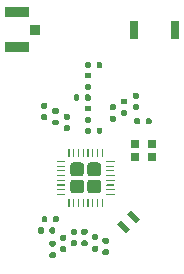
<source format=gbr>
%TF.GenerationSoftware,KiCad,Pcbnew,(5.1.6)-1*%
%TF.CreationDate,2021-01-29T18:20:15+05:30*%
%TF.ProjectId,Bluetooth_Module,426c7565-746f-46f7-9468-5f4d6f64756c,rev?*%
%TF.SameCoordinates,Original*%
%TF.FileFunction,Paste,Top*%
%TF.FilePolarity,Positive*%
%FSLAX46Y46*%
G04 Gerber Fmt 4.6, Leading zero omitted, Abs format (unit mm)*
G04 Created by KiCad (PCBNEW (5.1.6)-1) date 2021-01-29 18:20:15*
%MOMM*%
%LPD*%
G01*
G04 APERTURE LIST*
%ADD10R,0.800000X1.600000*%
%ADD11C,0.100000*%
%ADD12R,0.800000X0.700000*%
%ADD13R,2.100000X0.950000*%
%ADD14R,0.950000X0.900000*%
G04 APERTURE END LIST*
%TO.C,C25*%
G36*
G01*
X108045000Y-83602500D02*
X108045000Y-83897500D01*
G75*
G02*
X107922500Y-84020000I-122500J0D01*
G01*
X107677500Y-84020000D01*
G75*
G02*
X107555000Y-83897500I0J122500D01*
G01*
X107555000Y-83602500D01*
G75*
G02*
X107677500Y-83480000I122500J0D01*
G01*
X107922500Y-83480000D01*
G75*
G02*
X108045000Y-83602500I0J-122500D01*
G01*
G37*
G36*
G01*
X107075000Y-83602500D02*
X107075000Y-83897500D01*
G75*
G02*
X106952500Y-84020000I-122500J0D01*
G01*
X106707500Y-84020000D01*
G75*
G02*
X106585000Y-83897500I0J122500D01*
G01*
X106585000Y-83602500D01*
G75*
G02*
X106707500Y-83480000I122500J0D01*
G01*
X106952500Y-83480000D01*
G75*
G02*
X107075000Y-83602500I0J-122500D01*
G01*
G37*
%TD*%
D10*
%TO.C,AE1*%
X111700000Y-78000000D03*
X115200000Y-78000000D03*
%TD*%
%TO.C,C1*%
G36*
G01*
X109152500Y-96590000D02*
X109447500Y-96590000D01*
G75*
G02*
X109570000Y-96712500I0J-122500D01*
G01*
X109570000Y-96957500D01*
G75*
G02*
X109447500Y-97080000I-122500J0D01*
G01*
X109152500Y-97080000D01*
G75*
G02*
X109030000Y-96957500I0J122500D01*
G01*
X109030000Y-96712500D01*
G75*
G02*
X109152500Y-96590000I122500J0D01*
G01*
G37*
G36*
G01*
X109152500Y-95620000D02*
X109447500Y-95620000D01*
G75*
G02*
X109570000Y-95742500I0J-122500D01*
G01*
X109570000Y-95987500D01*
G75*
G02*
X109447500Y-96110000I-122500J0D01*
G01*
X109152500Y-96110000D01*
G75*
G02*
X109030000Y-95987500I0J122500D01*
G01*
X109030000Y-95742500D01*
G75*
G02*
X109152500Y-95620000I122500J0D01*
G01*
G37*
%TD*%
%TO.C,C2*%
G36*
G01*
X108252500Y-95320000D02*
X108547500Y-95320000D01*
G75*
G02*
X108670000Y-95442500I0J-122500D01*
G01*
X108670000Y-95687500D01*
G75*
G02*
X108547500Y-95810000I-122500J0D01*
G01*
X108252500Y-95810000D01*
G75*
G02*
X108130000Y-95687500I0J122500D01*
G01*
X108130000Y-95442500D01*
G75*
G02*
X108252500Y-95320000I122500J0D01*
G01*
G37*
G36*
G01*
X108252500Y-96290000D02*
X108547500Y-96290000D01*
G75*
G02*
X108670000Y-96412500I0J-122500D01*
G01*
X108670000Y-96657500D01*
G75*
G02*
X108547500Y-96780000I-122500J0D01*
G01*
X108252500Y-96780000D01*
G75*
G02*
X108130000Y-96657500I0J122500D01*
G01*
X108130000Y-96412500D01*
G75*
G02*
X108252500Y-96290000I122500J0D01*
G01*
G37*
%TD*%
%TO.C,C5*%
G36*
G01*
X104652500Y-96840000D02*
X104947500Y-96840000D01*
G75*
G02*
X105070000Y-96962500I0J-122500D01*
G01*
X105070000Y-97207500D01*
G75*
G02*
X104947500Y-97330000I-122500J0D01*
G01*
X104652500Y-97330000D01*
G75*
G02*
X104530000Y-97207500I0J122500D01*
G01*
X104530000Y-96962500D01*
G75*
G02*
X104652500Y-96840000I122500J0D01*
G01*
G37*
G36*
G01*
X104652500Y-95870000D02*
X104947500Y-95870000D01*
G75*
G02*
X105070000Y-95992500I0J-122500D01*
G01*
X105070000Y-96237500D01*
G75*
G02*
X104947500Y-96360000I-122500J0D01*
G01*
X104652500Y-96360000D01*
G75*
G02*
X104530000Y-96237500I0J122500D01*
G01*
X104530000Y-95992500D01*
G75*
G02*
X104652500Y-95870000I122500J0D01*
G01*
G37*
%TD*%
%TO.C,C6*%
G36*
G01*
X105552500Y-95370000D02*
X105847500Y-95370000D01*
G75*
G02*
X105970000Y-95492500I0J-122500D01*
G01*
X105970000Y-95737500D01*
G75*
G02*
X105847500Y-95860000I-122500J0D01*
G01*
X105552500Y-95860000D01*
G75*
G02*
X105430000Y-95737500I0J122500D01*
G01*
X105430000Y-95492500D01*
G75*
G02*
X105552500Y-95370000I122500J0D01*
G01*
G37*
G36*
G01*
X105552500Y-96340000D02*
X105847500Y-96340000D01*
G75*
G02*
X105970000Y-96462500I0J-122500D01*
G01*
X105970000Y-96707500D01*
G75*
G02*
X105847500Y-96830000I-122500J0D01*
G01*
X105552500Y-96830000D01*
G75*
G02*
X105430000Y-96707500I0J122500D01*
G01*
X105430000Y-96462500D01*
G75*
G02*
X105552500Y-96340000I122500J0D01*
G01*
G37*
%TD*%
%TO.C,C7*%
G36*
G01*
X106452500Y-94870000D02*
X106747500Y-94870000D01*
G75*
G02*
X106870000Y-94992500I0J-122500D01*
G01*
X106870000Y-95237500D01*
G75*
G02*
X106747500Y-95360000I-122500J0D01*
G01*
X106452500Y-95360000D01*
G75*
G02*
X106330000Y-95237500I0J122500D01*
G01*
X106330000Y-94992500D01*
G75*
G02*
X106452500Y-94870000I122500J0D01*
G01*
G37*
G36*
G01*
X106452500Y-95840000D02*
X106747500Y-95840000D01*
G75*
G02*
X106870000Y-95962500I0J-122500D01*
G01*
X106870000Y-96207500D01*
G75*
G02*
X106747500Y-96330000I-122500J0D01*
G01*
X106452500Y-96330000D01*
G75*
G02*
X106330000Y-96207500I0J122500D01*
G01*
X106330000Y-95962500D01*
G75*
G02*
X106452500Y-95840000I122500J0D01*
G01*
G37*
%TD*%
%TO.C,C10*%
G36*
G01*
X107352500Y-94870000D02*
X107647500Y-94870000D01*
G75*
G02*
X107770000Y-94992500I0J-122500D01*
G01*
X107770000Y-95237500D01*
G75*
G02*
X107647500Y-95360000I-122500J0D01*
G01*
X107352500Y-95360000D01*
G75*
G02*
X107230000Y-95237500I0J122500D01*
G01*
X107230000Y-94992500D01*
G75*
G02*
X107352500Y-94870000I122500J0D01*
G01*
G37*
G36*
G01*
X107352500Y-95840000D02*
X107647500Y-95840000D01*
G75*
G02*
X107770000Y-95962500I0J-122500D01*
G01*
X107770000Y-96207500D01*
G75*
G02*
X107647500Y-96330000I-122500J0D01*
G01*
X107352500Y-96330000D01*
G75*
G02*
X107230000Y-96207500I0J122500D01*
G01*
X107230000Y-95962500D01*
G75*
G02*
X107352500Y-95840000I122500J0D01*
G01*
G37*
%TD*%
%TO.C,C11*%
G36*
G01*
X105030000Y-94852500D02*
X105030000Y-95147500D01*
G75*
G02*
X104907500Y-95270000I-122500J0D01*
G01*
X104662500Y-95270000D01*
G75*
G02*
X104540000Y-95147500I0J122500D01*
G01*
X104540000Y-94852500D01*
G75*
G02*
X104662500Y-94730000I122500J0D01*
G01*
X104907500Y-94730000D01*
G75*
G02*
X105030000Y-94852500I0J-122500D01*
G01*
G37*
G36*
G01*
X104060000Y-94852500D02*
X104060000Y-95147500D01*
G75*
G02*
X103937500Y-95270000I-122500J0D01*
G01*
X103692500Y-95270000D01*
G75*
G02*
X103570000Y-95147500I0J122500D01*
G01*
X103570000Y-94852500D01*
G75*
G02*
X103692500Y-94730000I122500J0D01*
G01*
X103937500Y-94730000D01*
G75*
G02*
X104060000Y-94852500I0J-122500D01*
G01*
G37*
%TD*%
%TO.C,C12*%
G36*
G01*
X104360000Y-93902500D02*
X104360000Y-94197500D01*
G75*
G02*
X104237500Y-94320000I-122500J0D01*
G01*
X103992500Y-94320000D01*
G75*
G02*
X103870000Y-94197500I0J122500D01*
G01*
X103870000Y-93902500D01*
G75*
G02*
X103992500Y-93780000I122500J0D01*
G01*
X104237500Y-93780000D01*
G75*
G02*
X104360000Y-93902500I0J-122500D01*
G01*
G37*
G36*
G01*
X105330000Y-93902500D02*
X105330000Y-94197500D01*
G75*
G02*
X105207500Y-94320000I-122500J0D01*
G01*
X104962500Y-94320000D01*
G75*
G02*
X104840000Y-94197500I0J122500D01*
G01*
X104840000Y-93902500D01*
G75*
G02*
X104962500Y-93780000I122500J0D01*
G01*
X105207500Y-93780000D01*
G75*
G02*
X105330000Y-93902500I0J-122500D01*
G01*
G37*
%TD*%
%TO.C,C20*%
G36*
G01*
X110997500Y-84325000D02*
X110702500Y-84325000D01*
G75*
G02*
X110580000Y-84202500I0J122500D01*
G01*
X110580000Y-83957500D01*
G75*
G02*
X110702500Y-83835000I122500J0D01*
G01*
X110997500Y-83835000D01*
G75*
G02*
X111120000Y-83957500I0J-122500D01*
G01*
X111120000Y-84202500D01*
G75*
G02*
X110997500Y-84325000I-122500J0D01*
G01*
G37*
G36*
G01*
X110997500Y-85295000D02*
X110702500Y-85295000D01*
G75*
G02*
X110580000Y-85172500I0J122500D01*
G01*
X110580000Y-84927500D01*
G75*
G02*
X110702500Y-84805000I122500J0D01*
G01*
X110997500Y-84805000D01*
G75*
G02*
X111120000Y-84927500I0J-122500D01*
G01*
X111120000Y-85172500D01*
G75*
G02*
X110997500Y-85295000I-122500J0D01*
G01*
G37*
%TD*%
%TO.C,C21*%
G36*
G01*
X110047500Y-84810000D02*
X109752500Y-84810000D01*
G75*
G02*
X109630000Y-84687500I0J122500D01*
G01*
X109630000Y-84442500D01*
G75*
G02*
X109752500Y-84320000I122500J0D01*
G01*
X110047500Y-84320000D01*
G75*
G02*
X110170000Y-84442500I0J-122500D01*
G01*
X110170000Y-84687500D01*
G75*
G02*
X110047500Y-84810000I-122500J0D01*
G01*
G37*
G36*
G01*
X110047500Y-85780000D02*
X109752500Y-85780000D01*
G75*
G02*
X109630000Y-85657500I0J122500D01*
G01*
X109630000Y-85412500D01*
G75*
G02*
X109752500Y-85290000I122500J0D01*
G01*
X110047500Y-85290000D01*
G75*
G02*
X110170000Y-85412500I0J-122500D01*
G01*
X110170000Y-85657500D01*
G75*
G02*
X110047500Y-85780000I-122500J0D01*
G01*
G37*
%TD*%
%TO.C,C22*%
G36*
G01*
X106147500Y-86580000D02*
X105852500Y-86580000D01*
G75*
G02*
X105730000Y-86457500I0J122500D01*
G01*
X105730000Y-86212500D01*
G75*
G02*
X105852500Y-86090000I122500J0D01*
G01*
X106147500Y-86090000D01*
G75*
G02*
X106270000Y-86212500I0J-122500D01*
G01*
X106270000Y-86457500D01*
G75*
G02*
X106147500Y-86580000I-122500J0D01*
G01*
G37*
G36*
G01*
X106147500Y-85610000D02*
X105852500Y-85610000D01*
G75*
G02*
X105730000Y-85487500I0J122500D01*
G01*
X105730000Y-85242500D01*
G75*
G02*
X105852500Y-85120000I122500J0D01*
G01*
X106147500Y-85120000D01*
G75*
G02*
X106270000Y-85242500I0J-122500D01*
G01*
X106270000Y-85487500D01*
G75*
G02*
X106147500Y-85610000I-122500J0D01*
G01*
G37*
%TD*%
%TO.C,C23*%
G36*
G01*
X105197500Y-85125000D02*
X104902500Y-85125000D01*
G75*
G02*
X104780000Y-85002500I0J122500D01*
G01*
X104780000Y-84757500D01*
G75*
G02*
X104902500Y-84635000I122500J0D01*
G01*
X105197500Y-84635000D01*
G75*
G02*
X105320000Y-84757500I0J-122500D01*
G01*
X105320000Y-85002500D01*
G75*
G02*
X105197500Y-85125000I-122500J0D01*
G01*
G37*
G36*
G01*
X105197500Y-86095000D02*
X104902500Y-86095000D01*
G75*
G02*
X104780000Y-85972500I0J122500D01*
G01*
X104780000Y-85727500D01*
G75*
G02*
X104902500Y-85605000I122500J0D01*
G01*
X105197500Y-85605000D01*
G75*
G02*
X105320000Y-85727500I0J-122500D01*
G01*
X105320000Y-85972500D01*
G75*
G02*
X105197500Y-86095000I-122500J0D01*
G01*
G37*
%TD*%
%TO.C,C24*%
G36*
G01*
X108525000Y-86697500D02*
X108525000Y-86402500D01*
G75*
G02*
X108647500Y-86280000I122500J0D01*
G01*
X108892500Y-86280000D01*
G75*
G02*
X109015000Y-86402500I0J-122500D01*
G01*
X109015000Y-86697500D01*
G75*
G02*
X108892500Y-86820000I-122500J0D01*
G01*
X108647500Y-86820000D01*
G75*
G02*
X108525000Y-86697500I0J122500D01*
G01*
G37*
G36*
G01*
X107555000Y-86697500D02*
X107555000Y-86402500D01*
G75*
G02*
X107677500Y-86280000I122500J0D01*
G01*
X107922500Y-86280000D01*
G75*
G02*
X108045000Y-86402500I0J-122500D01*
G01*
X108045000Y-86697500D01*
G75*
G02*
X107922500Y-86820000I-122500J0D01*
G01*
X107677500Y-86820000D01*
G75*
G02*
X107555000Y-86697500I0J122500D01*
G01*
G37*
%TD*%
%TO.C,C27*%
G36*
G01*
X107555000Y-81147500D02*
X107555000Y-80852500D01*
G75*
G02*
X107677500Y-80730000I122500J0D01*
G01*
X107922500Y-80730000D01*
G75*
G02*
X108045000Y-80852500I0J-122500D01*
G01*
X108045000Y-81147500D01*
G75*
G02*
X107922500Y-81270000I-122500J0D01*
G01*
X107677500Y-81270000D01*
G75*
G02*
X107555000Y-81147500I0J122500D01*
G01*
G37*
G36*
G01*
X108525000Y-81147500D02*
X108525000Y-80852500D01*
G75*
G02*
X108647500Y-80730000I122500J0D01*
G01*
X108892500Y-80730000D01*
G75*
G02*
X109015000Y-80852500I0J-122500D01*
G01*
X109015000Y-81147500D01*
G75*
G02*
X108892500Y-81270000I-122500J0D01*
G01*
X108647500Y-81270000D01*
G75*
G02*
X108525000Y-81147500I0J122500D01*
G01*
G37*
%TD*%
%TO.C,L3*%
G36*
G01*
X111997500Y-84795000D02*
X111702500Y-84795000D01*
G75*
G02*
X111580000Y-84672500I0J122500D01*
G01*
X111580000Y-84427500D01*
G75*
G02*
X111702500Y-84305000I122500J0D01*
G01*
X111997500Y-84305000D01*
G75*
G02*
X112120000Y-84427500I0J-122500D01*
G01*
X112120000Y-84672500D01*
G75*
G02*
X111997500Y-84795000I-122500J0D01*
G01*
G37*
G36*
G01*
X111997500Y-83825000D02*
X111702500Y-83825000D01*
G75*
G02*
X111580000Y-83702500I0J122500D01*
G01*
X111580000Y-83457500D01*
G75*
G02*
X111702500Y-83335000I122500J0D01*
G01*
X111997500Y-83335000D01*
G75*
G02*
X112120000Y-83457500I0J-122500D01*
G01*
X112120000Y-83702500D01*
G75*
G02*
X111997500Y-83825000I-122500J0D01*
G01*
G37*
%TD*%
%TO.C,L4*%
G36*
G01*
X104247500Y-85645000D02*
X103952500Y-85645000D01*
G75*
G02*
X103830000Y-85522500I0J122500D01*
G01*
X103830000Y-85277500D01*
G75*
G02*
X103952500Y-85155000I122500J0D01*
G01*
X104247500Y-85155000D01*
G75*
G02*
X104370000Y-85277500I0J-122500D01*
G01*
X104370000Y-85522500D01*
G75*
G02*
X104247500Y-85645000I-122500J0D01*
G01*
G37*
G36*
G01*
X104247500Y-84675000D02*
X103952500Y-84675000D01*
G75*
G02*
X103830000Y-84552500I0J122500D01*
G01*
X103830000Y-84307500D01*
G75*
G02*
X103952500Y-84185000I122500J0D01*
G01*
X104247500Y-84185000D01*
G75*
G02*
X104370000Y-84307500I0J-122500D01*
G01*
X104370000Y-84552500D01*
G75*
G02*
X104247500Y-84675000I-122500J0D01*
G01*
G37*
%TD*%
%TO.C,L5*%
G36*
G01*
X107947500Y-84910000D02*
X107652500Y-84910000D01*
G75*
G02*
X107530000Y-84787500I0J122500D01*
G01*
X107530000Y-84542500D01*
G75*
G02*
X107652500Y-84420000I122500J0D01*
G01*
X107947500Y-84420000D01*
G75*
G02*
X108070000Y-84542500I0J-122500D01*
G01*
X108070000Y-84787500D01*
G75*
G02*
X107947500Y-84910000I-122500J0D01*
G01*
G37*
G36*
G01*
X107947500Y-85880000D02*
X107652500Y-85880000D01*
G75*
G02*
X107530000Y-85757500I0J122500D01*
G01*
X107530000Y-85512500D01*
G75*
G02*
X107652500Y-85390000I122500J0D01*
G01*
X107947500Y-85390000D01*
G75*
G02*
X108070000Y-85512500I0J-122500D01*
G01*
X108070000Y-85757500D01*
G75*
G02*
X107947500Y-85880000I-122500J0D01*
G01*
G37*
%TD*%
%TO.C,L6*%
G36*
G01*
X107947500Y-82125000D02*
X107652500Y-82125000D01*
G75*
G02*
X107530000Y-82002500I0J122500D01*
G01*
X107530000Y-81757500D01*
G75*
G02*
X107652500Y-81635000I122500J0D01*
G01*
X107947500Y-81635000D01*
G75*
G02*
X108070000Y-81757500I0J-122500D01*
G01*
X108070000Y-82002500D01*
G75*
G02*
X107947500Y-82125000I-122500J0D01*
G01*
G37*
G36*
G01*
X107947500Y-83095000D02*
X107652500Y-83095000D01*
G75*
G02*
X107530000Y-82972500I0J122500D01*
G01*
X107530000Y-82727500D01*
G75*
G02*
X107652500Y-82605000I122500J0D01*
G01*
X107947500Y-82605000D01*
G75*
G02*
X108070000Y-82727500I0J-122500D01*
G01*
X108070000Y-82972500D01*
G75*
G02*
X107947500Y-83095000I-122500J0D01*
G01*
G37*
%TD*%
%TO.C,R1*%
G36*
G01*
X113180000Y-85602500D02*
X113180000Y-85897500D01*
G75*
G02*
X113057500Y-86020000I-122500J0D01*
G01*
X112812500Y-86020000D01*
G75*
G02*
X112690000Y-85897500I0J122500D01*
G01*
X112690000Y-85602500D01*
G75*
G02*
X112812500Y-85480000I122500J0D01*
G01*
X113057500Y-85480000D01*
G75*
G02*
X113180000Y-85602500I0J-122500D01*
G01*
G37*
G36*
G01*
X112210000Y-85602500D02*
X112210000Y-85897500D01*
G75*
G02*
X112087500Y-86020000I-122500J0D01*
G01*
X111842500Y-86020000D01*
G75*
G02*
X111720000Y-85897500I0J122500D01*
G01*
X111720000Y-85602500D01*
G75*
G02*
X111842500Y-85480000I122500J0D01*
G01*
X112087500Y-85480000D01*
G75*
G02*
X112210000Y-85602500I0J-122500D01*
G01*
G37*
%TD*%
%TO.C,U3*%
G36*
G01*
X110050000Y-91925000D02*
X110050000Y-91975000D01*
G75*
G02*
X110025000Y-92000000I-25000J0D01*
G01*
X109375000Y-92000000D01*
G75*
G02*
X109350000Y-91975000I0J25000D01*
G01*
X109350000Y-91925000D01*
G75*
G02*
X109375000Y-91900000I25000J0D01*
G01*
X110025000Y-91900000D01*
G75*
G02*
X110050000Y-91925000I0J-25000D01*
G01*
G37*
G36*
G01*
X110050000Y-91525000D02*
X110050000Y-91575000D01*
G75*
G02*
X110025000Y-91600000I-25000J0D01*
G01*
X109375000Y-91600000D01*
G75*
G02*
X109350000Y-91575000I0J25000D01*
G01*
X109350000Y-91525000D01*
G75*
G02*
X109375000Y-91500000I25000J0D01*
G01*
X110025000Y-91500000D01*
G75*
G02*
X110050000Y-91525000I0J-25000D01*
G01*
G37*
G36*
G01*
X110050000Y-91125000D02*
X110050000Y-91175000D01*
G75*
G02*
X110025000Y-91200000I-25000J0D01*
G01*
X109375000Y-91200000D01*
G75*
G02*
X109350000Y-91175000I0J25000D01*
G01*
X109350000Y-91125000D01*
G75*
G02*
X109375000Y-91100000I25000J0D01*
G01*
X110025000Y-91100000D01*
G75*
G02*
X110050000Y-91125000I0J-25000D01*
G01*
G37*
G36*
G01*
X110050000Y-90725000D02*
X110050000Y-90775000D01*
G75*
G02*
X110025000Y-90800000I-25000J0D01*
G01*
X109375000Y-90800000D01*
G75*
G02*
X109350000Y-90775000I0J25000D01*
G01*
X109350000Y-90725000D01*
G75*
G02*
X109375000Y-90700000I25000J0D01*
G01*
X110025000Y-90700000D01*
G75*
G02*
X110050000Y-90725000I0J-25000D01*
G01*
G37*
G36*
G01*
X110050000Y-90325000D02*
X110050000Y-90375000D01*
G75*
G02*
X110025000Y-90400000I-25000J0D01*
G01*
X109375000Y-90400000D01*
G75*
G02*
X109350000Y-90375000I0J25000D01*
G01*
X109350000Y-90325000D01*
G75*
G02*
X109375000Y-90300000I25000J0D01*
G01*
X110025000Y-90300000D01*
G75*
G02*
X110050000Y-90325000I0J-25000D01*
G01*
G37*
G36*
G01*
X110050000Y-89925000D02*
X110050000Y-89975000D01*
G75*
G02*
X110025000Y-90000000I-25000J0D01*
G01*
X109375000Y-90000000D01*
G75*
G02*
X109350000Y-89975000I0J25000D01*
G01*
X109350000Y-89925000D01*
G75*
G02*
X109375000Y-89900000I25000J0D01*
G01*
X110025000Y-89900000D01*
G75*
G02*
X110050000Y-89925000I0J-25000D01*
G01*
G37*
G36*
G01*
X110050000Y-89525000D02*
X110050000Y-89575000D01*
G75*
G02*
X110025000Y-89600000I-25000J0D01*
G01*
X109375000Y-89600000D01*
G75*
G02*
X109350000Y-89575000I0J25000D01*
G01*
X109350000Y-89525000D01*
G75*
G02*
X109375000Y-89500000I25000J0D01*
G01*
X110025000Y-89500000D01*
G75*
G02*
X110050000Y-89525000I0J-25000D01*
G01*
G37*
G36*
G01*
X110050000Y-89125000D02*
X110050000Y-89175000D01*
G75*
G02*
X110025000Y-89200000I-25000J0D01*
G01*
X109375000Y-89200000D01*
G75*
G02*
X109350000Y-89175000I0J25000D01*
G01*
X109350000Y-89125000D01*
G75*
G02*
X109375000Y-89100000I25000J0D01*
G01*
X110025000Y-89100000D01*
G75*
G02*
X110050000Y-89125000I0J-25000D01*
G01*
G37*
G36*
G01*
X109050000Y-88125000D02*
X109050000Y-88775000D01*
G75*
G02*
X109025000Y-88800000I-25000J0D01*
G01*
X108975000Y-88800000D01*
G75*
G02*
X108950000Y-88775000I0J25000D01*
G01*
X108950000Y-88125000D01*
G75*
G02*
X108975000Y-88100000I25000J0D01*
G01*
X109025000Y-88100000D01*
G75*
G02*
X109050000Y-88125000I0J-25000D01*
G01*
G37*
G36*
G01*
X108650000Y-88125000D02*
X108650000Y-88775000D01*
G75*
G02*
X108625000Y-88800000I-25000J0D01*
G01*
X108575000Y-88800000D01*
G75*
G02*
X108550000Y-88775000I0J25000D01*
G01*
X108550000Y-88125000D01*
G75*
G02*
X108575000Y-88100000I25000J0D01*
G01*
X108625000Y-88100000D01*
G75*
G02*
X108650000Y-88125000I0J-25000D01*
G01*
G37*
G36*
G01*
X108250000Y-88125000D02*
X108250000Y-88775000D01*
G75*
G02*
X108225000Y-88800000I-25000J0D01*
G01*
X108175000Y-88800000D01*
G75*
G02*
X108150000Y-88775000I0J25000D01*
G01*
X108150000Y-88125000D01*
G75*
G02*
X108175000Y-88100000I25000J0D01*
G01*
X108225000Y-88100000D01*
G75*
G02*
X108250000Y-88125000I0J-25000D01*
G01*
G37*
G36*
G01*
X107850000Y-88125000D02*
X107850000Y-88775000D01*
G75*
G02*
X107825000Y-88800000I-25000J0D01*
G01*
X107775000Y-88800000D01*
G75*
G02*
X107750000Y-88775000I0J25000D01*
G01*
X107750000Y-88125000D01*
G75*
G02*
X107775000Y-88100000I25000J0D01*
G01*
X107825000Y-88100000D01*
G75*
G02*
X107850000Y-88125000I0J-25000D01*
G01*
G37*
G36*
G01*
X107450000Y-88125000D02*
X107450000Y-88775000D01*
G75*
G02*
X107425000Y-88800000I-25000J0D01*
G01*
X107375000Y-88800000D01*
G75*
G02*
X107350000Y-88775000I0J25000D01*
G01*
X107350000Y-88125000D01*
G75*
G02*
X107375000Y-88100000I25000J0D01*
G01*
X107425000Y-88100000D01*
G75*
G02*
X107450000Y-88125000I0J-25000D01*
G01*
G37*
G36*
G01*
X107050000Y-88125000D02*
X107050000Y-88775000D01*
G75*
G02*
X107025000Y-88800000I-25000J0D01*
G01*
X106975000Y-88800000D01*
G75*
G02*
X106950000Y-88775000I0J25000D01*
G01*
X106950000Y-88125000D01*
G75*
G02*
X106975000Y-88100000I25000J0D01*
G01*
X107025000Y-88100000D01*
G75*
G02*
X107050000Y-88125000I0J-25000D01*
G01*
G37*
G36*
G01*
X106650000Y-88125000D02*
X106650000Y-88775000D01*
G75*
G02*
X106625000Y-88800000I-25000J0D01*
G01*
X106575000Y-88800000D01*
G75*
G02*
X106550000Y-88775000I0J25000D01*
G01*
X106550000Y-88125000D01*
G75*
G02*
X106575000Y-88100000I25000J0D01*
G01*
X106625000Y-88100000D01*
G75*
G02*
X106650000Y-88125000I0J-25000D01*
G01*
G37*
G36*
G01*
X106250000Y-88125000D02*
X106250000Y-88775000D01*
G75*
G02*
X106225000Y-88800000I-25000J0D01*
G01*
X106175000Y-88800000D01*
G75*
G02*
X106150000Y-88775000I0J25000D01*
G01*
X106150000Y-88125000D01*
G75*
G02*
X106175000Y-88100000I25000J0D01*
G01*
X106225000Y-88100000D01*
G75*
G02*
X106250000Y-88125000I0J-25000D01*
G01*
G37*
G36*
G01*
X105850000Y-89125000D02*
X105850000Y-89175000D01*
G75*
G02*
X105825000Y-89200000I-25000J0D01*
G01*
X105175000Y-89200000D01*
G75*
G02*
X105150000Y-89175000I0J25000D01*
G01*
X105150000Y-89125000D01*
G75*
G02*
X105175000Y-89100000I25000J0D01*
G01*
X105825000Y-89100000D01*
G75*
G02*
X105850000Y-89125000I0J-25000D01*
G01*
G37*
G36*
G01*
X105850000Y-89525000D02*
X105850000Y-89575000D01*
G75*
G02*
X105825000Y-89600000I-25000J0D01*
G01*
X105175000Y-89600000D01*
G75*
G02*
X105150000Y-89575000I0J25000D01*
G01*
X105150000Y-89525000D01*
G75*
G02*
X105175000Y-89500000I25000J0D01*
G01*
X105825000Y-89500000D01*
G75*
G02*
X105850000Y-89525000I0J-25000D01*
G01*
G37*
G36*
G01*
X105850000Y-89925000D02*
X105850000Y-89975000D01*
G75*
G02*
X105825000Y-90000000I-25000J0D01*
G01*
X105175000Y-90000000D01*
G75*
G02*
X105150000Y-89975000I0J25000D01*
G01*
X105150000Y-89925000D01*
G75*
G02*
X105175000Y-89900000I25000J0D01*
G01*
X105825000Y-89900000D01*
G75*
G02*
X105850000Y-89925000I0J-25000D01*
G01*
G37*
G36*
G01*
X105850000Y-90325000D02*
X105850000Y-90375000D01*
G75*
G02*
X105825000Y-90400000I-25000J0D01*
G01*
X105175000Y-90400000D01*
G75*
G02*
X105150000Y-90375000I0J25000D01*
G01*
X105150000Y-90325000D01*
G75*
G02*
X105175000Y-90300000I25000J0D01*
G01*
X105825000Y-90300000D01*
G75*
G02*
X105850000Y-90325000I0J-25000D01*
G01*
G37*
G36*
G01*
X105850000Y-90725000D02*
X105850000Y-90775000D01*
G75*
G02*
X105825000Y-90800000I-25000J0D01*
G01*
X105175000Y-90800000D01*
G75*
G02*
X105150000Y-90775000I0J25000D01*
G01*
X105150000Y-90725000D01*
G75*
G02*
X105175000Y-90700000I25000J0D01*
G01*
X105825000Y-90700000D01*
G75*
G02*
X105850000Y-90725000I0J-25000D01*
G01*
G37*
G36*
G01*
X105850000Y-91125000D02*
X105850000Y-91175000D01*
G75*
G02*
X105825000Y-91200000I-25000J0D01*
G01*
X105175000Y-91200000D01*
G75*
G02*
X105150000Y-91175000I0J25000D01*
G01*
X105150000Y-91125000D01*
G75*
G02*
X105175000Y-91100000I25000J0D01*
G01*
X105825000Y-91100000D01*
G75*
G02*
X105850000Y-91125000I0J-25000D01*
G01*
G37*
G36*
G01*
X105850000Y-91525000D02*
X105850000Y-91575000D01*
G75*
G02*
X105825000Y-91600000I-25000J0D01*
G01*
X105175000Y-91600000D01*
G75*
G02*
X105150000Y-91575000I0J25000D01*
G01*
X105150000Y-91525000D01*
G75*
G02*
X105175000Y-91500000I25000J0D01*
G01*
X105825000Y-91500000D01*
G75*
G02*
X105850000Y-91525000I0J-25000D01*
G01*
G37*
G36*
G01*
X105850000Y-91925000D02*
X105850000Y-91975000D01*
G75*
G02*
X105825000Y-92000000I-25000J0D01*
G01*
X105175000Y-92000000D01*
G75*
G02*
X105150000Y-91975000I0J25000D01*
G01*
X105150000Y-91925000D01*
G75*
G02*
X105175000Y-91900000I25000J0D01*
G01*
X105825000Y-91900000D01*
G75*
G02*
X105850000Y-91925000I0J-25000D01*
G01*
G37*
G36*
G01*
X106250000Y-92325000D02*
X106250000Y-92975000D01*
G75*
G02*
X106225000Y-93000000I-25000J0D01*
G01*
X106175000Y-93000000D01*
G75*
G02*
X106150000Y-92975000I0J25000D01*
G01*
X106150000Y-92325000D01*
G75*
G02*
X106175000Y-92300000I25000J0D01*
G01*
X106225000Y-92300000D01*
G75*
G02*
X106250000Y-92325000I0J-25000D01*
G01*
G37*
G36*
G01*
X106650000Y-92325000D02*
X106650000Y-92975000D01*
G75*
G02*
X106625000Y-93000000I-25000J0D01*
G01*
X106575000Y-93000000D01*
G75*
G02*
X106550000Y-92975000I0J25000D01*
G01*
X106550000Y-92325000D01*
G75*
G02*
X106575000Y-92300000I25000J0D01*
G01*
X106625000Y-92300000D01*
G75*
G02*
X106650000Y-92325000I0J-25000D01*
G01*
G37*
G36*
G01*
X107050000Y-92325000D02*
X107050000Y-92975000D01*
G75*
G02*
X107025000Y-93000000I-25000J0D01*
G01*
X106975000Y-93000000D01*
G75*
G02*
X106950000Y-92975000I0J25000D01*
G01*
X106950000Y-92325000D01*
G75*
G02*
X106975000Y-92300000I25000J0D01*
G01*
X107025000Y-92300000D01*
G75*
G02*
X107050000Y-92325000I0J-25000D01*
G01*
G37*
G36*
G01*
X107450000Y-92325000D02*
X107450000Y-92975000D01*
G75*
G02*
X107425000Y-93000000I-25000J0D01*
G01*
X107375000Y-93000000D01*
G75*
G02*
X107350000Y-92975000I0J25000D01*
G01*
X107350000Y-92325000D01*
G75*
G02*
X107375000Y-92300000I25000J0D01*
G01*
X107425000Y-92300000D01*
G75*
G02*
X107450000Y-92325000I0J-25000D01*
G01*
G37*
G36*
G01*
X107850000Y-92325000D02*
X107850000Y-92975000D01*
G75*
G02*
X107825000Y-93000000I-25000J0D01*
G01*
X107775000Y-93000000D01*
G75*
G02*
X107750000Y-92975000I0J25000D01*
G01*
X107750000Y-92325000D01*
G75*
G02*
X107775000Y-92300000I25000J0D01*
G01*
X107825000Y-92300000D01*
G75*
G02*
X107850000Y-92325000I0J-25000D01*
G01*
G37*
G36*
G01*
X108250000Y-92325000D02*
X108250000Y-92975000D01*
G75*
G02*
X108225000Y-93000000I-25000J0D01*
G01*
X108175000Y-93000000D01*
G75*
G02*
X108150000Y-92975000I0J25000D01*
G01*
X108150000Y-92325000D01*
G75*
G02*
X108175000Y-92300000I25000J0D01*
G01*
X108225000Y-92300000D01*
G75*
G02*
X108250000Y-92325000I0J-25000D01*
G01*
G37*
G36*
G01*
X108650000Y-92325000D02*
X108650000Y-92975000D01*
G75*
G02*
X108625000Y-93000000I-25000J0D01*
G01*
X108575000Y-93000000D01*
G75*
G02*
X108550000Y-92975000I0J25000D01*
G01*
X108550000Y-92325000D01*
G75*
G02*
X108575000Y-92300000I25000J0D01*
G01*
X108625000Y-92300000D01*
G75*
G02*
X108650000Y-92325000I0J-25000D01*
G01*
G37*
G36*
G01*
X109050000Y-92325000D02*
X109050000Y-92975000D01*
G75*
G02*
X109025000Y-93000000I-25000J0D01*
G01*
X108975000Y-93000000D01*
G75*
G02*
X108950000Y-92975000I0J25000D01*
G01*
X108950000Y-92325000D01*
G75*
G02*
X108975000Y-92300000I25000J0D01*
G01*
X109025000Y-92300000D01*
G75*
G02*
X109050000Y-92325000I0J-25000D01*
G01*
G37*
G36*
G01*
X108910000Y-90939999D02*
X108910000Y-91610001D01*
G75*
G02*
X108660001Y-91860000I-249999J0D01*
G01*
X107989999Y-91860000D01*
G75*
G02*
X107740000Y-91610001I0J249999D01*
G01*
X107740000Y-90939999D01*
G75*
G02*
X107989999Y-90690000I249999J0D01*
G01*
X108660001Y-90690000D01*
G75*
G02*
X108910000Y-90939999I0J-249999D01*
G01*
G37*
G36*
G01*
X108910000Y-89489999D02*
X108910000Y-90160001D01*
G75*
G02*
X108660001Y-90410000I-249999J0D01*
G01*
X107989999Y-90410000D01*
G75*
G02*
X107740000Y-90160001I0J249999D01*
G01*
X107740000Y-89489999D01*
G75*
G02*
X107989999Y-89240000I249999J0D01*
G01*
X108660001Y-89240000D01*
G75*
G02*
X108910000Y-89489999I0J-249999D01*
G01*
G37*
G36*
G01*
X107460000Y-90939999D02*
X107460000Y-91610001D01*
G75*
G02*
X107210001Y-91860000I-249999J0D01*
G01*
X106539999Y-91860000D01*
G75*
G02*
X106290000Y-91610001I0J249999D01*
G01*
X106290000Y-90939999D01*
G75*
G02*
X106539999Y-90690000I249999J0D01*
G01*
X107210001Y-90690000D01*
G75*
G02*
X107460000Y-90939999I0J-249999D01*
G01*
G37*
G36*
G01*
X107460000Y-89489999D02*
X107460000Y-90160001D01*
G75*
G02*
X107210001Y-90410000I-249999J0D01*
G01*
X106539999Y-90410000D01*
G75*
G02*
X106290000Y-90160001I0J249999D01*
G01*
X106290000Y-89489999D01*
G75*
G02*
X106539999Y-89240000I249999J0D01*
G01*
X107210001Y-89240000D01*
G75*
G02*
X107460000Y-89489999I0J-249999D01*
G01*
G37*
%TD*%
D11*
%TO.C,Y1*%
G36*
X111037868Y-95239949D02*
G01*
X110260051Y-94462132D01*
X110613604Y-94108579D01*
X111391421Y-94886396D01*
X111037868Y-95239949D01*
G37*
G36*
X111886396Y-94391421D02*
G01*
X111108579Y-93613604D01*
X111462132Y-93260051D01*
X112239949Y-94037868D01*
X111886396Y-94391421D01*
G37*
%TD*%
D12*
%TO.C,Y2*%
X111800000Y-88800000D03*
X113200000Y-88800000D03*
X113200000Y-87700000D03*
X111800000Y-87700000D03*
%TD*%
D13*
%TO.C,J23*%
X101775000Y-76525000D03*
D14*
X103300000Y-78000000D03*
D13*
X101775000Y-79475000D03*
%TD*%
M02*

</source>
